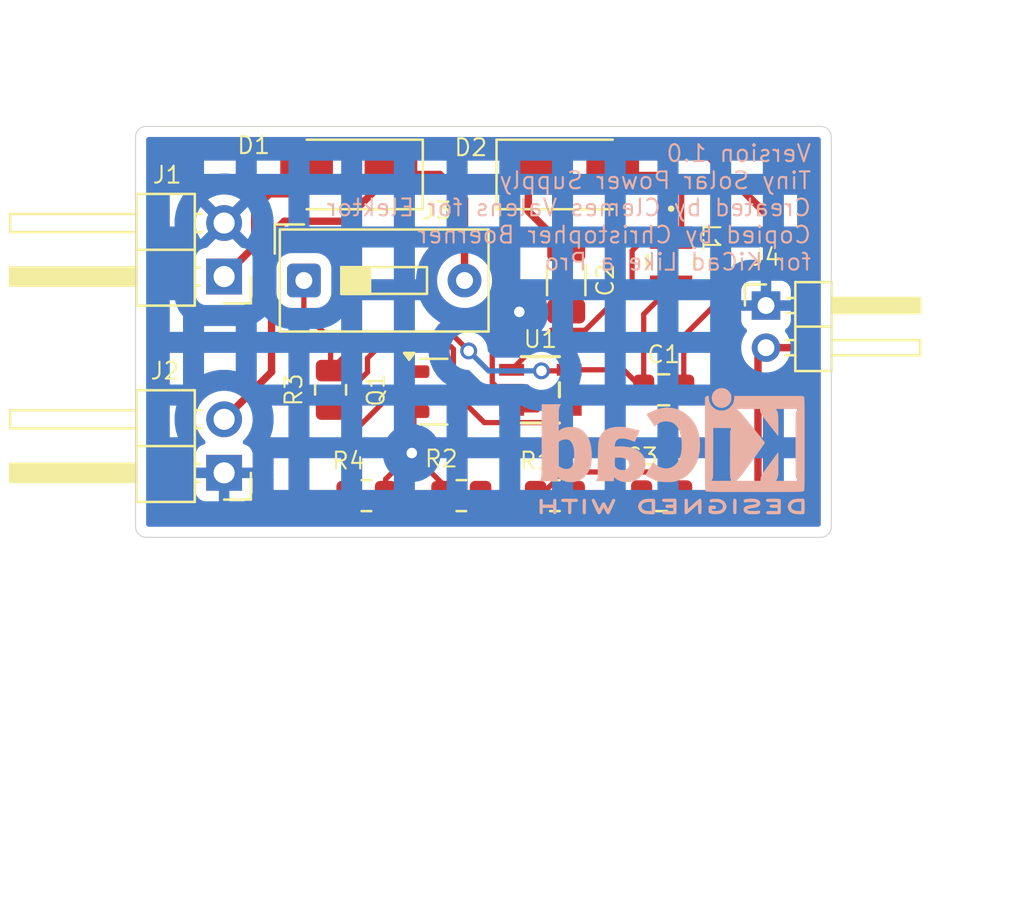
<source format=kicad_pcb>
(kicad_pcb (version 20241229) (generator "pcbnew") (generator_version "9.0")
  (layers (0 "F.Cu" signal) (2 "B.Cu" signal) (13 "F.Paste" user) (15 "B.Paste" user) (5 "F.SilkS" user "F.Silkscreen") (7 "B.SilkS" user "B.Silkscreen") (1 "F.Mask" user) (3 "B.Mask" user) (25 "Edge.Cuts" user))
  (net 0 "")
  (net 1 "GNDD")
  (net 2 "Net-(J3-Pin_1)")
  (net 3 "/OUT_P")
  (net 4 "Net-(U1-FB)")
  (net 5 "/SOLAR_P")
  (net 6 "/BAT_P")
  (net 7 "Net-(D2-A)")
  (net 8 "Net-(Q1-G)")
  (net 9 "Net-(Q1-D)")
  (footprint "Resistor_SMD:R_0805_2012Metric" (layer "F.Cu") (at 141.45 96.52)
    (property "Reference" "R4" (at -0.85 -1.65 0) (layer "F.SilkS") (effects (font (size 0.8 0.8) (thickness 0.1))))
    (property "Value" "1 MΩ")
    (pad "1" smd roundrect (at -0.9125 0) (size 1.025 1.4) (layers "F.Cu" "F.Mask" "F.Paste") (roundrect_rratio 0.243902) (net 8 "Net-(Q1-G)"))
    (pad "2" smd roundrect (at 0.9125 0) (size 1.025 1.4) (layers "F.Cu" "F.Mask" "F.Paste") (roundrect_rratio 0.243902) (net 1 "GNDD"))
  )
  (footprint "Capacitor_SMD:C_1206_3216Metric" (layer "F.Cu") (at 150.925 86.3 -90)
    (property "Reference" "C2" (at 0 -1.85 90) (layer "F.SilkS") (effects (font (size 0.8 0.8) (thickness 0.1))))
    (property "Value" "22 uF 10 V X7R")
    (pad "1" smd roundrect (at -1.475 0 270) (size 1.15 1.8) (layers "F.Cu" "F.Mask" "F.Paste") (roundrect_rratio 0.217391) (net 3 "/OUT_P"))
    (pad "2" smd roundrect (at 1.475 0 270) (size 1.15 1.8) (layers "F.Cu" "F.Mask" "F.Paste") (roundrect_rratio 0.217391) (net 1 "GNDD"))
  )
  (footprint "Package_TO_SOT_SMD:SOT-23" (layer "F.Cu") (at 144.6375 91.5875)
    (property "Reference" "Q1" (at -2.7375 -0.0875 270) (layer "F.SilkS") (effects (font (size 0.8 0.8) (thickness 0.1))))
    (property "Value" "2N7002")
    (pad "1" smd roundrect (at -0.9375 -0.95) (size 1.475 0.6) (layers "F.Cu" "F.Mask" "F.Paste") (net 8 "Net-(Q1-G)"))
    (pad "2" smd roundrect (at -0.9375 0.95) (size 1.475 0.6) (layers "F.Cu" "F.Mask" "F.Paste") (net 1 "GNDD"))
    (pad "3" smd roundrect (at 0.9375 0) (size 1.475 0.6) (layers "F.Cu" "F.Mask" "F.Paste") (net 9 "Net-(Q1-D)"))
  )
  (footprint "AP3015:SOT23-5_1P55X2P9_DIO" (layer "F.Cu") (at 149.7 91.5)
    (property "Reference" "U1" (at 0 -2.4 0) (layer "F.SilkS") (effects (font (size 0.8 0.8) (thickness 0.1))))
    (property "Value" "AP3015AKTR-G1")
    (pad "1" smd rect (at -1.36525 -0.950001) (size 1.1811 0.5588) (layers "F.Cu" "F.Mask" "F.Paste") (net 7 "Net-(D2-A)"))
    (pad "2" smd rect (at -1.36525 0) (size 1.1811 0.5588) (layers "F.Cu" "F.Mask" "F.Paste") (net 1 "GNDD"))
    (pad "3" smd rect (at -1.36525 0.950001) (size 1.1811 0.5588) (layers "F.Cu" "F.Mask" "F.Paste") (net 4 "Net-(U1-FB)"))
    (pad "4" smd rect (at 1.36525 0.950001) (size 1.1811 0.5588) (layers "F.Cu" "F.Mask" "F.Paste") (net 9 "Net-(Q1-D)"))
    (pad "5" smd rect (at 1.36525 -0.950001) (size 1.1811 0.5588) (layers "F.Cu" "F.Mask" "F.Paste") (net 2 "Net-(J3-Pin_1)"))
  )
  (footprint "Capacitor_SMD:C_0805_2012Metric" (layer "F.Cu") (at 155.55 91.5)
    (property "Reference" "C1" (at 0 -1.68 0) (layer "F.SilkS") (effects (font (size 0.8 0.8) (thickness 0.1))))
    (property "Value" "4.7 uF 50 V X7R")
    (pad "1" smd roundrect (at -0.95 0) (size 1 1.45) (layers "F.Cu" "F.Mask" "F.Paste") (net 2 "Net-(J3-Pin_1)"))
    (pad "2" smd roundrect (at 0.95 0) (size 1 1.45) (layers "F.Cu" "F.Mask" "F.Paste") (net 1 "GNDD"))
  )
  (footprint "Resistor_SMD:R_0805_2012Metric" (layer "F.Cu") (at 145.95 96.52 180)
    (property "Reference" "R2" (at 0.95 1.75 0) (layer "F.SilkS") (effects (font (size 0.8 0.8) (thickness 0.1))))
    (property "Value" "604 kΩ 1%")
    (pad "1" smd roundrect (at -0.9125 0 180) (size 1.025 1.4) (layers "F.Cu" "F.Mask" "F.Paste") (roundrect_rratio 0.243902) (net 4 "Net-(U1-FB)"))
    (pad "2" smd roundrect (at 0.9125 0 180) (size 1.025 1.4) (layers "F.Cu" "F.Mask" "F.Paste") (roundrect_rratio 0.243902) (net 1 "GNDD"))
  )
  (footprint "Connector_PinHeader_2.54mm:PinHeader_1x02_P2.54mm_Horizontal" (layer "F.Cu") (at 134.7 86.125 180)
    (property "Reference" "J1" (at 2.7 4.825 0) (layer "F.SilkS") (effects (font (size 0.8 0.8) (thickness 0.1))))
    (property "Value" "Conn_01x02_Pin")
    (pad "1" thru_hole rect (at 0 0 180) (size 1.7 1.7) (drill 1) (layers "*.Cu" "*.Mask") (net 5 "/SOLAR_P"))
    (pad "2" thru_hole circle (at 0 2.54 180) (size 1.7 1.7) (drill 1) (layers "*.Cu" "*.Mask") (net 1 "GNDD"))
  )
  (footprint "Connector_PinHeader_2.00mm:PinHeader_1x02_P2.00mm_Horizontal" (layer "F.Cu") (at 160.4 87.5)
    (property "Reference" "J4" (at 0 -2.3 0) (layer "F.SilkS") (effects (font (size 0.8 0.8) (thickness 0.1))))
    (property "Value" "Conn_01x02_Pin")
    (pad "1" thru_hole rect (at 0 0) (size 1.35 1.35) (drill 0.8) (layers "*.Cu" "*.Mask") (net 1 "GNDD"))
    (pad "2" thru_hole circle (at 0 2) (size 1.35 1.35) (drill 0.8) (layers "*.Cu" "*.Mask") (net 3 "/OUT_P"))
  )
  (footprint "Diode_SMD:D_SMA" (layer "F.Cu") (at 140.6125 81.28 180)
    (property "Reference" "D1" (at 4.5125 1.38 0) (layer "F.SilkS") (effects (font (size 0.8 0.8) (thickness 0.1))))
    (property "Value" "SS14")
    (pad "1" smd roundrect (at -2 0 180) (size 2.5 1.8) (layers "F.Cu" "F.Mask" "F.Paste") (roundrect_rratio 0.1388888889) (net 6 "/BAT_P"))
    (pad "2" smd roundrect (at 2 0 180) (size 2.5 1.8) (layers "F.Cu" "F.Mask" "F.Paste") (roundrect_rratio 0.1388888889) (net 5 "/SOLAR_P"))
  )
  (footprint "Resistor_SMD:R_0805_2012Metric" (layer "F.Cu") (at 139.75 91.5 -90)
    (property "Reference" "R3" (at 0 1.75 90) (layer "F.SilkS") (effects (font (size 0.8 0.8) (thickness 0.1))))
    (property "Value" "10 kΩ")
    (pad "1" smd roundrect (at -0.9125 0 270) (size 1.025 1.4) (layers "F.Cu" "F.Mask" "F.Paste") (roundrect_rratio 0.243902) (net 2 "Net-(J3-Pin_1)"))
    (pad "2" smd roundrect (at 0.9125 0 270) (size 1.025 1.4) (layers "F.Cu" "F.Mask" "F.Paste") (roundrect_rratio 0.243902) (net 9 "Net-(Q1-D)"))
  )
  (footprint "LSQPA:IND_LSQPA2518_TAY" (layer "F.Cu") (at 155.9 85.443 -90)
    (property "Reference" "L1" (at -1.143 -1.9 270) (layer "F.SilkS") (effects (font (size 0.8 0.8) (thickness 0.1))))
    (property "Value" "LSQPA251818T100M")
    (pad "1" smd rect (at -1.1684 0 270) (size 1.0668 2.0066) (layers "F.Cu" "F.Mask" "F.Paste") (net 7 "Net-(D2-A)"))
    (pad "2" smd rect (at 1.1684 0 270) (size 1.0668 2.0066) (layers "F.Cu" "F.Mask" "F.Paste") (net 2 "Net-(J3-Pin_1)"))
  )
  (footprint "Connector_PinHeader_2.54mm:PinHeader_1x02_P2.54mm_Horizontal" (layer "F.Cu") (at 134.7 95.44 180)
    (property "Reference" "J2" (at 2.8 4.84 180) (layer "F.SilkS") (effects (font (size 0.8 0.8) (thickness 0.1))))
    (property "Value" "Conn_01x02_Pin")
    (pad "1" thru_hole rect (at 0 0 180) (size 1.7 1.7) (drill 1) (layers "*.Cu" "*.Mask") (net 1 "GNDD"))
    (pad "2" thru_hole circle (at 0 2.54 180) (size 1.7 1.7) (drill 1) (layers "*.Cu" "*.Mask") (net 6 "/BAT_P"))
  )
  (footprint "Button_Switch_THT:SW_DIP_SPSTx01_Slide_9.78x4.72mm_W7.62mm_P2.54mm" (layer "F.Cu") (at 138.4825 86.3125)
    (property "Reference" "J3" (at 6.3175 -3.3125 0) (layer "F.SilkS") (effects (font (size 0.8 0.8) (thickness 0.1))))
    (property "Value" "Conn_01x02_Pin")
    (pad "1" thru_hole roundrect (at 0 0) (size 1.6 1.6) (drill 0.8) (layers "*.Cu" "*.Mask") (roundrect_rratio 0.15625) (net 2 "Net-(J3-Pin_1)"))
    (pad "2" thru_hole circle (at 7.62 0) (size 1.6 1.6) (drill 0.8) (layers "*.Cu" "*.Mask") (net 6 "/BAT_P"))
  )
  (footprint "Diode_SMD:D_SMA" (layer "F.Cu") (at 151.13 81.28)
    (property "Reference" "D2" (at -4.73 -1.28 0) (layer "F.SilkS") (effects (font (size 0.8 0.8) (thickness 0.1))))
    (property "Value" "SS14")
    (pad "1" smd roundrect (at -2 0) (size 2.5 1.8) (layers "F.Cu" "F.Mask" "F.Paste") (roundrect_rratio 0.1388888889) (net 3 "/OUT_P"))
    (pad "2" smd roundrect (at 2 0) (size 2.5 1.8) (layers "F.Cu" "F.Mask" "F.Paste") (roundrect_rratio 0.1388888889) (net 7 "Net-(D2-A)"))
  )
  (footprint "Capacitor_SMD:C_0805_2012Metric" (layer "F.Cu") (at 155.45 96.52)
    (property "Reference" "C3" (at -0.95 -1.85 0) (layer "F.SilkS") (effects (font (size 0.8 0.8) (thickness 0.1))))
    (property "Value" "10 pF 50 V X7R")
    (pad "1" smd roundrect (at -0.95 0) (size 1 1.45) (layers "F.Cu" "F.Mask" "F.Paste") (net 3 "/OUT_P"))
    (pad "2" smd roundrect (at 0.95 0) (size 1 1.45) (layers "F.Cu" "F.Mask" "F.Paste") (net 4 "Net-(U1-FB)"))
  )
  (footprint "Resistor_SMD:R_0805_2012Metric" (layer "F.Cu") (at 150.3875 96.52 180)
    (property "Reference" "R1" (at 0.8875 1.65 0) (layer "F.SilkS") (effects (font (size 0.8 0.8) (thickness 0.1))))
    (property "Value" "1MΩ")
    (pad "1" smd roundrect (at -0.9125 0 180) (size 1.025 1.4) (layers "F.Cu" "F.Mask" "F.Paste") (roundrect_rratio 0.243902) (net 3 "/OUT_P"))
    (pad "2" smd roundrect (at 0.9125 0 180) (size 1.025 1.4) (layers "F.Cu" "F.Mask" "F.Paste") (roundrect_rratio 0.243902) (net 4 "Net-(U1-FB)"))
  )
  (footprint "Symbol:KiCad-Logo2_5mm_SilkScreen" (layer "B.Cu") (at 155.95 94.4 180)
    (property "Reference" "REF**" (hide yes))
    (property "Value" "KiCad-Logo2_5mm_SilkScreen" (hide yes))
  )
  (gr_arc (start 163.5 98) (mid 163.353553 98.353553) (end 163 98.5) (stroke (width 0.05)) (layer "Edge.Cuts"))
  (gr_arc (start 163 79) (mid 163.353553 79.146447) (end 163.5 79.5) (stroke (width 0.05)) (layer "Edge.Cuts"))
  (gr_arc (start 131 98.5) (mid 130.646447 98.353553) (end 130.5 98) (stroke (width 0.05)) (layer "Edge.Cuts"))
  (gr_line (start 131 79) (end 163 79) (stroke (width 0.05)) (layer "Edge.Cuts"))
  (gr_line (start 163 98.5) (end 131 98.5) (stroke (width 0.05)) (layer "Edge.Cuts"))
  (gr_line (start 163.5 79.5) (end 163.5 98) (stroke (width 0.05)) (layer "Edge.Cuts"))
  (gr_arc (start 130.5 79.5) (mid 130.646447 79.146447) (end 131 79) (stroke (width 0.05)) (layer "Edge.Cuts"))
  (gr_line (start 130.5 98) (end 130.5 79.5) (stroke (width 0.05)) (layer "Edge.Cuts"))
  (gr_text "Version 1.0\nTiny Solar Power Supply\nCreated by Clemes Valens for Elektor\nCopied by Christopher Boerner \nfor KiCad Like a Pro" (at 162.6 85.9 0) (layer "B.SilkS") (effects (font (size 0.8 0.8) (thickness 0.1)) (justify left bottom mirror)))
  (segment (start 145.0375 95.9375) (end 143.6 94.5) (width 0.25) (layer "F.Cu") (net 1))
  (segment (start 156.5 91.5) (end 156.5 88.95) (width 0.25) (layer "F.Cu") (net 1))
  (segment (start 143.7 92.5375) (end 143.7 94.4) (width 0.25) (layer "F.Cu") (net 1))
  (segment (start 142.3625 95.7375) (end 143.6 94.5) (width 0.25) (layer "F.Cu") (net 1))
  (segment (start 143.7 94.4) (end 143.6 94.5) (width 0.25) (layer "F.Cu") (net 1))
  (segment (start 150.925 87.775) (end 148.725 87.775) (width 0.25) (layer "F.Cu") (net 1))
  (segment (start 147.4182 91.155399) (end 147.4182 89.0818) (width 0.25) (layer "F.Cu") (net 1))
  (segment (start 147.762801 91.5) (end 147.4182 91.155399) (width 0.25) (layer "F.Cu") (net 1))
  (segment (start 148.725 87.775) (end 148.7 87.8) (width 0.25) (layer "F.Cu") (net 1))
  (segment (start 160.4 87.6) (end 160.4 87.5) (width 0.25) (layer "F.Cu") (net 1))
  (segment (start 145.0375 96.52) (end 145.0375 95.9375) (width 0.25) (layer "F.Cu") (net 1))
  (segment (start 142.3625 96.52) (end 142.3625 95.7375) (width 0.25) (layer "F.Cu") (net 1))
  (segment (start 148.33475 91.5) (end 147.762801 91.5) (width 0.25) (layer "F.Cu") (net 1))
  (segment (start 156.5 88.95) (end 157.95 87.5) (width 0.25) (layer "F.Cu") (net 1))
  (segment (start 147.4182 89.0818) (end 148.7 87.8) (width 0.25) (layer "F.Cu") (net 1))
  (segment (start 157.95 87.5) (end 160.4 87.5) (width 0.25) (layer "F.Cu") (net 1))
  (via (at 143.6 94.5) (size 0.8) (drill 0.5) (layers "F.Cu" "B.Cu") (net 1))
  (via (at 148.7 87.8) (size 0.8) (drill 0.5) (layers "F.Cu" "B.Cu") (net 1))
  (segment (start 139.75 89.1) (end 139.75 90.5875) (width 0.25) (layer "F.Cu") (net 2))
  (segment (start 138.4825 87.8325) (end 139.75 89.1) (width 0.25) (layer "F.Cu") (net 2))
  (segment (start 139.75 90.56219) (end 141.31319 88.999) (width 0.25) (layer "F.Cu") (net 2))
  (segment (start 149.75 90.6) (end 151.015249 90.6) (width 0.25) (layer "F.Cu") (net 2))
  (segment (start 154.6 87.9114) (end 155.9 86.6114) (width 0.25) (layer "F.Cu") (net 2))
  (segment (start 141.31319 88.999) (end 145.643937 88.999) (width 0.25) (layer "F.Cu") (net 2))
  (segment (start 139.75 90.5875) (end 139.75 90.56219) (width 0.25) (layer "F.Cu") (net 2))
  (segment (start 151.06525 90.549999) (end 153.649999 90.549999) (width 0.25) (layer "F.Cu") (net 2))
  (segment (start 151.015249 90.6) (end 151.06525 90.549999) (width 0.25) (layer "F.Cu") (net 2))
  (segment (start 145.643937 88.999) (end 146.3 89.655063) (width 0.25) (layer "F.Cu") (net 2))
  (segment (start 154.6 91.5) (end 154.6 87.9114) (width 0.25) (layer "F.Cu") (net 2))
  (segment (start 153.649999 90.549999) (end 154.6 91.5) (width 0.25) (layer "F.Cu") (net 2))
  (segment (start 138.4825 86.3125) (end 138.4825 87.8325) (width 0.25) (layer "F.Cu") (net 2))
  (via (at 146.3 89.655063) (size 0.8) (drill 0.5) (layers "F.Cu" "B.Cu") (net 2))
  (via (at 149.75 90.6) (size 0.8) (drill 0.5) (layers "F.Cu" "B.Cu") (net 2))
  (segment (start 147.244937 90.6) (end 149.75 90.6) (width 0.25) (layer "B.Cu") (net 2))
  (segment (start 146.3 89.655063) (end 147.244937 90.6) (width 0.25) (layer "B.Cu") (net 2))
  (segment (start 162 89.4) (end 161.9 89.5) (width 0.35) (layer "F.Cu") (net 3))
  (segment (start 149.13 83.03) (end 150.925 84.825) (width 0.35) (layer "F.Cu") (net 3))
  (segment (start 150.406 80.004) (end 157.252 80.004) (width 0.35) (layer "F.Cu") (net 3))
  (segment (start 157.252 80.004) (end 162 84.752) (width 0.35) (layer "F.Cu") (net 3))
  (segment (start 158.273257 97.8) (end 160.02 96.053257) (width 0.35) (layer "F.Cu") (net 3))
  (segment (start 154.5 96.75) (end 155.55 97.8) (width 0.35) (layer "F.Cu") (net 3))
  (segment (start 162 84.752) (end 162 89.4) (width 0.35) (layer "F.Cu") (net 3))
  (segment (start 151.3 96.75) (end 154.5 96.75) (width 0.35) (layer "F.Cu") (net 3))
  (segment (start 149.45 81.6) (end 149.13 81.28) (width 0.35) (layer "F.Cu") (net 3))
  (segment (start 161.9 89.5) (end 160.4 89.5) (width 0.35) (layer "F.Cu") (net 3))
  (segment (start 160.02 96.053257) (end 160.02 89.5) (width 0.35) (layer "F.Cu") (net 3))
  (segment (start 149.13 81.28) (end 149.13 83.03) (width 0.35) (layer "F.Cu") (net 3))
  (segment (start 149.13 81.28) (end 150.406 80.004) (width 0.35) (layer "F.Cu") (net 3))
  (segment (start 155.55 97.8) (end 158.273257 97.8) (width 0.35) (layer "F.Cu") (net 3))
  (segment (start 155.05 95.4) (end 153.1 95.4) (width 0.25) (layer "F.Cu") (net 4))
  (segment (start 148.33475 92.450001) (end 149.5433 92.450001) (width 0.25) (layer "F.Cu") (net 4))
  (segment (start 153.05 91.85) (end 153.05 95.35) (width 0.25) (layer "F.Cu") (net 4))
  (segment (start 146.8625 96.75) (end 149.475 96.75) (width 0.25) (layer "F.Cu") (net 4))
  (segment (start 153.1 95.4) (end 150.825 95.4) (width 0.25) (layer "F.Cu") (net 4))
  (segment (start 152.7 91.5) (end 153.05 91.85) (width 0.25) (layer "F.Cu") (net 4))
  (segment (start 153.05 95.35) (end 153.1 95.4) (width 0.25) (layer "F.Cu") (net 4))
  (segment (start 150.825 95.4) (end 149.475 96.75) (width 0.25) (layer "F.Cu") (net 4))
  (segment (start 156.4 96.75) (end 155.05 95.4) (width 0.25) (layer "F.Cu") (net 4))
  (segment (start 150.493301 91.5) (end 152.7 91.5) (width 0.25) (layer "F.Cu") (net 4))
  (segment (start 149.5433 92.450001) (end 150.493301 91.5) (width 0.25) (layer "F.Cu") (net 4))
  (segment (start 134.7 86.125) (end 136.15 84.675) (width 0.35) (layer "F.Cu") (net 5))
  (segment (start 136.15 84.675) (end 136.15 82.9) (width 0.35) (layer "F.Cu") (net 5))
  (segment (start 137.6925 82.2) (end 138.6125 81.28) (width 0.35) (layer "F.Cu") (net 5))
  (segment (start 136.85 82.2) (end 137.6925 82.2) (width 0.35) (layer "F.Cu") (net 5))
  (segment (start 136.15 82.9) (end 136.85 82.2) (width 0.35) (layer "F.Cu") (net 5))
  (segment (start 136.95 84.1) (end 137.55 83.5) (width 0.35) (layer "F.Cu") (net 6))
  (segment (start 144.93 81.28) (end 146.1025 82.4525) (width 0.35) (layer "F.Cu") (net 6))
  (segment (start 137.55 83.5) (end 140.3925 83.5) (width 0.35) (layer "F.Cu") (net 6))
  (segment (start 134.7 92.9) (end 136.95 90.65) (width 0.35) (layer "F.Cu") (net 6))
  (segment (start 142.6125 81.28) (end 144.93 81.28) (width 0.35) (layer "F.Cu") (net 6))
  (segment (start 136.95 90.65) (end 136.95 84.1) (width 0.35) (layer "F.Cu") (net 6))
  (segment (start 146.1025 82.4525) (end 146.1025 86.3125) (width 0.35) (layer "F.Cu") (net 6))
  (segment (start 140.3925 83.5) (end 142.6125 81.28) (width 0.35) (layer "F.Cu") (net 6))
  (segment (start 155.78 81.28) (end 156.4 81.9) (width 0.25) (layer "F.Cu") (net 7))
  (segment (start 151.820514 88.676) (end 150.208749 88.676) (width 0.25) (layer "F.Cu") (net 7))
  (segment (start 153.13 81.28) (end 155.78 81.28) (width 0.25) (layer "F.Cu") (net 7))
  (segment (start 150.208749 88.676) (end 148.33475 90.549999) (width 0.25) (layer "F.Cu") (net 7))
  (segment (start 154.6754 84.2746) (end 154.05 84.9) (width 0.25) (layer "F.Cu") (net 7))
  (segment (start 154.05 86.446514) (end 151.820514 88.676) (width 0.25) (layer "F.Cu") (net 7))
  (segment (start 155.9 84.2746) (end 154.6754 84.2746) (width 0.25) (layer "F.Cu") (net 7))
  (segment (start 156.4 81.9) (end 156.4 83.7746) (width 0.25) (layer "F.Cu") (net 7))
  (segment (start 154.05 84.9) (end 154.05 86.446514) (width 0.25) (layer "F.Cu") (net 7))
  (segment (start 156.4 83.7746) (end 155.9 84.2746) (width 0.25) (layer "F.Cu") (net 7))
  (segment (start 140.5375 93.8) (end 140.5375 96.75) (width 0.25) (layer "F.Cu") (net 8))
  (segment (start 143.7 90.6375) (end 140.5375 93.8) (width 0.25) (layer "F.Cu") (net 8))
  (segment (start 142.05 89.45) (end 145.457127 89.45) (width 0.25) (layer "F.Cu") (net 9))
  (segment (start 145.575 89.956783) (end 145.575 91.5875) (width 0.25) (layer "F.Cu") (net 9))
  (segment (start 145.574 89.566874) (end 145.574 89.955783) (width 0.25) (layer "F.Cu") (net 9))
  (segment (start 139.75 92.4125) (end 141.5 90.6625) (width 0.25) (layer "F.Cu") (net 9))
  (segment (start 141.5 90) (end 142.05 89.45) (width 0.25) (layer "F.Cu") (net 9))
  (segment (start 141.5 90.6625) (end 141.5 90) (width 0.25) (layer "F.Cu") (net 9))
  (segment (start 150.45985 93.055401) (end 151.06525 92.450001) (width 0.25) (layer "F.Cu") (net 9))
  (segment (start 145.457127 89.45) (end 145.574 89.566874) (width 0.25) (layer "F.Cu") (net 9))
  (segment (start 145.575 91.5875) (end 147.042901 93.055401) (width 0.25) (layer "F.Cu") (net 9))
  (segment (start 145.574 89.955783) (end 145.575 89.956783) (width 0.25) (layer "F.Cu") (net 9))
  (segment (start 147.042901 93.055401) (end 150.45985 93.055401) (width 0.25) (layer "F.Cu") (net 9))
  (zone (net 1) (net_name "GNDD") (layer "B.Cu") (connect_pads (clearance 0.5)) (min_thickness 0.25) (fill yes (mode hatch) (thermal_gap 0.5) (thermal_bridge_width 0.5) (hatch_thickness 1) (hatch_gap 1.5) (hatch_orientation 0) (hatch_border_algorithm hatch_thickness) (hatch_min_hole_area 0.3))
    (polygon (pts (xy 131 79.5) (xy 163 79.5) (xy 163 98) (xy 131 98)))
  )
)
</source>
